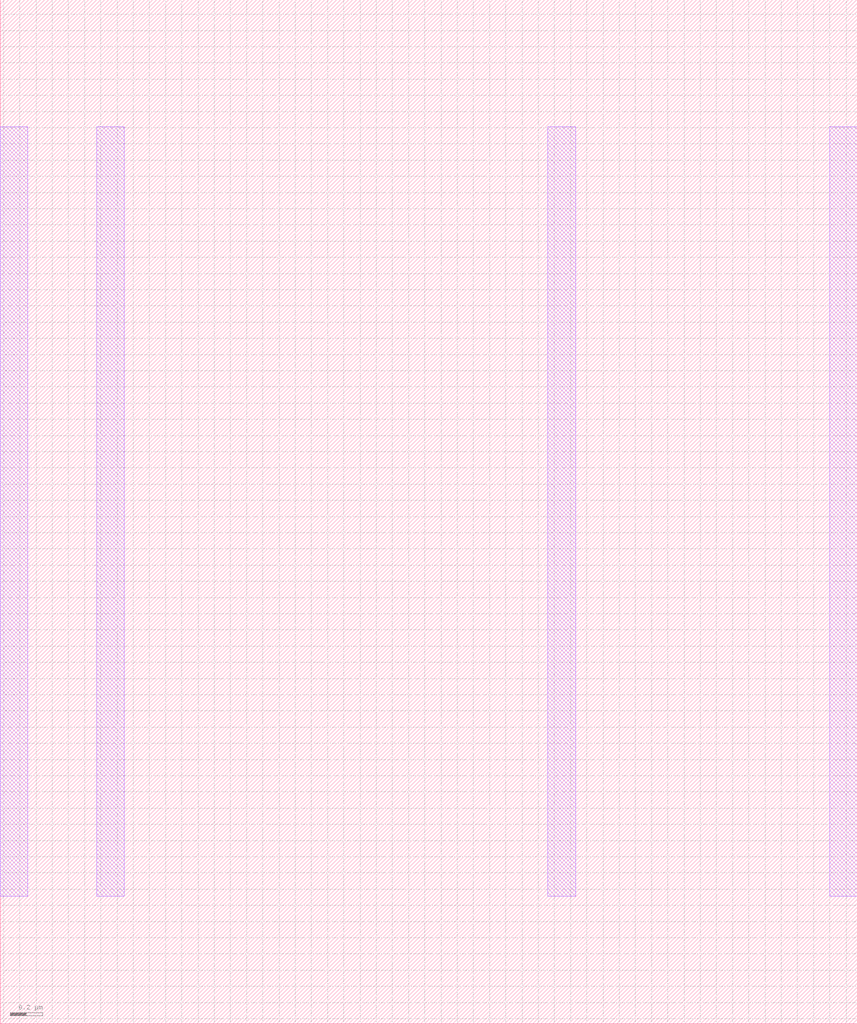
<source format=lef>
# Copyright 2020 The SkyWater PDK Authors
#
# Licensed under the Apache License, Version 2.0 (the "License");
# you may not use this file except in compliance with the License.
# You may obtain a copy of the License at
#
#     https://www.apache.org/licenses/LICENSE-2.0
#
# Unless required by applicable law or agreed to in writing, software
# distributed under the License is distributed on an "AS IS" BASIS,
# WITHOUT WARRANTIES OR CONDITIONS OF ANY KIND, either express or implied.
# See the License for the specific language governing permissions and
# limitations under the License.
#
# SPDX-License-Identifier: Apache-2.0

VERSION 5.7 ;
  NOWIREEXTENSIONATPIN ON ;
  DIVIDERCHAR "/" ;
  BUSBITCHARS "[]" ;
MACRO sky130_fd_pr__model__nfet_extendeddrain__example1
  CLASS BLOCK ;
  FOREIGN sky130_fd_pr__model__nfet_extendeddrain__example1 ;
  ORIGIN  0.820000  0.530000 ;
  SIZE  5.290000 BY  6.320000 ;
  OBS
    LAYER li1 ;
      RECT -0.820000 0.255000 -0.650000 5.005000 ;
      RECT -0.225000 0.255000 -0.055000 5.005000 ;
      RECT  2.560000 0.255000  2.730000 5.005000 ;
      RECT  4.300000 0.255000  4.470000 5.005000 ;
  END
END sky130_fd_pr__model__nfet_extendeddrain__example1
END LIBRARY

</source>
